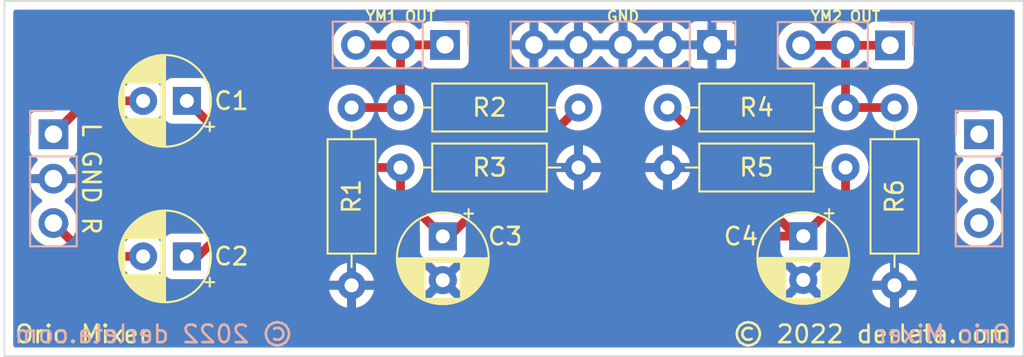
<source format=kicad_pcb>
(kicad_pcb (version 20211014) (generator pcbnew)
  (layers (0 "F.Cu" signal) (31 "B.Cu" signal) (34 "B.Paste" user) (35 "F.Paste" user) (36 "B.SilkS" user "B.Silkscreen") (37 "F.SilkS" user "F.Silkscreen") (38 "B.Mask" user) (39 "F.Mask" user) (44 "Edge.Cuts" user))
  (net 0 "")
  (net 1 "GND")
  (net 3 "/YM2_OUT")
  (net 6 "Net-(C1-Pad1)")
  (net 7 "Net-(J5-Pad1)")
  (net 8 "Net-(C3-Pad1)")
  (net 9 "Net-(J5-Pad3)")
  (net 10 "Net-(J3-Pad1)")
  (footprint "Resistor_THT:R_Axial_DIN0207_L6.3mm_D2.5mm_P10.16mm_Horizontal" (layer "F.Cu") (at 78.232 46.736 180)
    (fp_text reference "R4" (at 5.08 0) (layer "F.SilkS"))
    (fp_text value "4k7")
    (pad "1" thru_hole circle (at 0 0 180) (size 1.6 1.6) (drill 0.8) (layers *.Cu *.Mask) (net 3 "/YM2_OUT"))
    (pad "2" thru_hole oval (at 10.16 0 180) (size 1.6 1.6) (drill 0.8) (layers *.Cu *.Mask) (net 8 "Net-(C3-Pad1)"))
  )
  (footprint "Resistor_THT:R_Axial_DIN0207_L6.3mm_D2.5mm_P10.16mm_Horizontal" (layer "F.Cu") (at 81.026 46.736 -90)
    (fp_text reference "R6" (at 5.08 0 90) (layer "F.SilkS"))
    (fp_text value "1k")
    (pad "1" thru_hole circle (at 0 0 270) (size 1.6 1.6) (drill 0.8) (layers *.Cu *.Mask) (net 3 "/YM2_OUT"))
    (pad "2" thru_hole oval (at 10.16 0 270) (size 1.6 1.6) (drill 0.8) (layers *.Cu *.Mask) (net 1 "GND"))
  )
  (footprint "Capacitor_THT:CP_Radial_D5.0mm_P2.50mm" (layer "F.Cu") (at 75.819 54.088021 -90)
    (fp_text reference "C4" (at 0.013979 3.556) (layer "F.SilkS"))
    (fp_text value "10n")
    (pad "1" thru_hole rect (at 0 0 270) (size 1.6 1.6) (drill 0.8) (layers *.Cu *.Mask) (net 8 "Net-(C3-Pad1)"))
    (pad "2" thru_hole circle (at 2.5 0 270) (size 1.6 1.6) (drill 0.8) (layers *.Cu *.Mask) (net 1 "GND"))
  )
  (footprint "Capacitor_THT:CP_Radial_D5.0mm_P2.50mm" (layer "F.Cu") (at 40.64 46.355 180)
    (fp_text reference "C1" (at -2.54 0 180) (layer "F.SilkS"))
    (fp_text value "2n2")
    (pad "1" thru_hole rect (at 0 0 180) (size 1.6 1.6) (drill 0.8) (layers *.Cu *.Mask) (net 6 "Net-(C1-Pad1)"))
    (pad "2" thru_hole circle (at 2.5 0 180) (size 1.6 1.6) (drill 0.8) (layers *.Cu *.Mask) (net 7 "Net-(J5-Pad1)"))
  )
  (footprint "Resistor_THT:R_Axial_DIN0207_L6.3mm_D2.5mm_P10.16mm_Horizontal" (layer "F.Cu") (at 50.038 46.736 -90)
    (fp_text reference "R1" (at 5.08 0 90) (layer "F.SilkS"))
    (fp_text value "1k")
    (pad "1" thru_hole circle (at 0 0 270) (size 1.6 1.6) (drill 0.8) (layers *.Cu *.Mask) (net 10 "Net-(J3-Pad1)"))
    (pad "2" thru_hole oval (at 10.16 0 270) (size 1.6 1.6) (drill 0.8) (layers *.Cu *.Mask) (net 1 "GND"))
  )
  (footprint "Capacitor_THT:CP_Radial_D5.0mm_P2.50mm" (layer "F.Cu") (at 55.245 54.102 -90)
    (fp_text reference "C3" (at 0 -3.556) (layer "F.SilkS"))
    (fp_text value "10n")
    (pad "1" thru_hole rect (at 0 0 270) (size 1.6 1.6) (drill 0.8) (layers *.Cu *.Mask) (net 6 "Net-(C1-Pad1)"))
    (pad "2" thru_hole circle (at 2.5 0 270) (size 1.6 1.6) (drill 0.8) (layers *.Cu *.Mask) (net 1 "GND"))
  )
  (footprint "Resistor_THT:R_Axial_DIN0207_L6.3mm_D2.5mm_P10.16mm_Horizontal" (layer "F.Cu") (at 52.832 46.736)
    (fp_text reference "R2" (at 5.08 0) (layer "F.SilkS"))
    (fp_text value "4k7")
    (pad "1" thru_hole circle (at 0 0) (size 1.6 1.6) (drill 0.8) (layers *.Cu *.Mask) (net 10 "Net-(J3-Pad1)"))
    (pad "2" thru_hole oval (at 10.16 0) (size 1.6 1.6) (drill 0.8) (layers *.Cu *.Mask) (net 6 "Net-(C1-Pad1)"))
  )
  (footprint "Resistor_THT:R_Axial_DIN0207_L6.3mm_D2.5mm_P10.16mm_Horizontal" (layer "F.Cu") (at 78.232 50.165 180)
    (fp_text reference "R5" (at 5.08 0) (layer "F.SilkS"))
    (fp_text value "470")
    (pad "1" thru_hole circle (at 0 0 180) (size 1.6 1.6) (drill 0.8) (layers *.Cu *.Mask) (net 8 "Net-(C3-Pad1)"))
    (pad "2" thru_hole oval (at 10.16 0 180) (size 1.6 1.6) (drill 0.8) (layers *.Cu *.Mask) (net 1 "GND"))
  )
  (footprint "Resistor_THT:R_Axial_DIN0207_L6.3mm_D2.5mm_P10.16mm_Horizontal" (layer "F.Cu") (at 52.832 50.165)
    (fp_text reference "R3" (at 5.08 0) (layer "F.SilkS"))
    (fp_text value "470")
    (pad "1" thru_hole circle (at 0 0) (size 1.6 1.6) (drill 0.8) (layers *.Cu *.Mask) (net 6 "Net-(C1-Pad1)"))
    (pad "2" thru_hole oval (at 10.16 0) (size 1.6 1.6) (drill 0.8) (layers *.Cu *.Mask) (net 1 "GND"))
  )
  (footprint "Capacitor_THT:CP_Radial_D5.0mm_P2.50mm" (layer "F.Cu") (at 40.64 55.245 180)
    (fp_text reference "C2" (at -2.54 0 180) (layer "F.SilkS"))
    (fp_text value "2n2")
    (pad "1" thru_hole rect (at 0 0 180) (size 1.6 1.6) (drill 0.8) (layers *.Cu *.Mask) (net 8 "Net-(C3-Pad1)"))
    (pad "2" thru_hole circle (at 2.5 0 180) (size 1.6 1.6) (drill 0.8) (layers *.Cu *.Mask) (net 9 "Net-(J5-Pad3)"))
  )
  (footprint "Connector_PinSocket_2.54mm:PinSocket_1x05_P2.54mm_Vertical" (layer "B.Cu") (at 70.612 43.155 90)
    (fp_text reference "J3" hide)
    (fp_text value "GND" (at 1.626 -5.08) (layer "F.SilkS") (effects (font (size 0.6 0.6) (thickness 0.125))))
    (pad "1" thru_hole rect (at 0 0 90) (size 1.7 1.7) (drill 1) (layers *.Cu *.Mask) (net 1 "GND"))
    (pad "2" thru_hole oval (at 0 -2.54 90) (size 1.7 1.7) (drill 1) (layers *.Cu *.Mask) (net 1 "GND"))
    (pad "3" thru_hole oval (at 0 -5.08 90) (size 1.7 1.7) (drill 1) (layers *.Cu *.Mask) (net 1 "GND"))
    (pad "4" thru_hole oval (at 0 -7.62 90) (size 1.7 1.7) (drill 1) (layers *.Cu *.Mask) (net 1 "GND"))
    (pad "5" thru_hole oval (at 0 -10.16 90) (size 1.7 1.7) (drill 1) (layers *.Cu *.Mask) (net 1 "GND"))
  )
  (footprint "Connector_PinSocket_2.54mm:PinSocket_1x03_P2.54mm_Vertical" (layer "B.Cu") (at 55.372 43.155 90)
    (fp_text reference "J4" hide)
    (fp_text value "YM1_OUT" (at 1.626 -2.54) (layer "F.SilkS") (effects (font (size 0.6 0.6) (thickness 0.125))))
    (pad "1" thru_hole rect (at 0 0 90) (size 1.7 1.7) (drill 1) (layers *.Cu *.Mask) (net 10 "Net-(J3-Pad1)"))
    (pad "2" thru_hole oval (at 0 -2.54 90) (size 1.7 1.7) (drill 1) (layers *.Cu *.Mask) (net 10 "Net-(J3-Pad1)"))
    (pad "3" thru_hole oval (at 0 -5.08 90) (size 1.7 1.7) (drill 1) (layers *.Cu *.Mask) (net 10 "Net-(J3-Pad1)"))
  )
  (footprint "Connector_PinSocket_2.54mm:PinSocket_1x03_P2.54mm_Vertical" (layer "B.Cu") (at 80.772 43.18 90)
    (fp_text reference "J2" hide)
    (fp_text value "YM2_OUT" (at 1.651 -2.54) (layer "F.SilkS") (effects (font (size 0.6 0.6) (thickness 0.125))))
    (pad "1" thru_hole rect (at 0 0 90) (size 1.7 1.7) (drill 1) (layers *.Cu *.Mask) (net 3 "/YM2_OUT"))
    (pad "2" thru_hole oval (at 0 -2.54 90) (size 1.7 1.7) (drill 1) (layers *.Cu *.Mask) (net 3 "/YM2_OUT"))
    (pad "3" thru_hole oval (at 0 -5.08 90) (size 1.7 1.7) (drill 1) (layers *.Cu *.Mask) (net 3 "/YM2_OUT"))
  )
  (footprint "Connector_PinSocket_2.54mm:PinSocket_1x03_P2.54mm_Vertical" (layer "B.Cu") (at 33.02 48.26 180)
    (fp_text reference "J5" hide)
    (fp_text value "L GND R" (at -2.159 -2.54 270 unlocked) (layer "F.SilkS"))
    (pad "1" thru_hole rect (at 0 0 180) (size 1.7 1.7) (drill 1) (layers *.Cu *.Mask) (net 7 "Net-(J5-Pad1)"))
    (pad "2" thru_hole oval (at 0 -2.54 180) (size 1.7 1.7) (drill 1) (layers *.Cu *.Mask) (net 1 "GND"))
    (pad "3" thru_hole oval (at 0 -5.08 180) (size 1.7 1.7) (drill 1) (layers *.Cu *.Mask) (net 9 "Net-(J5-Pad3)"))
  )
  (footprint "Connector_PinSocket_2.54mm:PinSocket_1x03_P2.54mm_Vertical" (layer "B.Cu") (at 85.852 48.26 180)
    (fp_text reference "J1" hide)
    (fp_text value "VCC")
    (pad "1" thru_hole rect (at 0 0 180) (size 1.7 1.7) (drill 1) (layers *.Cu *.Mask))
    (pad "2" thru_hole oval (at 0 -2.54 180) (size 1.7 1.7) (drill 1) (layers *.Cu *.Mask))
    (pad "3" thru_hole oval (at 0 -5.08 180) (size 1.7 1.7) (drill 1) (layers *.Cu *.Mask))
  )
  (gr_rect (start 30.226 40.64) (end 88.392 60.96) (layer "Edge.Cuts") (width 0.1) (fill none))
  (gr_text "Oric Mixer" (at 83.82 59.69) (layer "B.SilkS") (effects (font (size 1 1)) (justify mirror)))
  (gr_text "© 2022 derleta.com" (at 38.735 59.69) (layer "B.SilkS") (effects (font (size 1 1)) (justify mirror)))
  (gr_text "Oric Mixer" (at 34.671 59.69) (layer "F.SilkS") (effects (font (size 1 1))))
  (gr_text "© 2022 derleta.com" (at 79.756 59.69) (layer "F.SilkS") (effects (font (size 1 1))))
  (segment (start 78.232 43.18) (end 78.232 46.736) (width 0.5) (layer "F.Cu") (net 3))
  (segment (start 75.692 43.18) (end 80.772 43.18) (width 0.5) (layer "F.Cu") (net 3))
  (segment (start 78.232 46.736) (end 81.026 46.736) (width 0.5) (layer "F.Cu") (net 3))
  (segment (start 55.245 54.102) (end 55.626 54.102) (width 0.5) (layer "F.Cu") (net 6))
  (segment (start 40.64 46.355) (end 44.45 50.165) (width 0.5) (layer "F.Cu") (net 6))
  (segment (start 44.45 50.165) (end 52.832 50.165) (width 0.5) (layer "F.Cu") (net 6))
  (segment (start 55.626 54.102) (end 62.992 46.736) (width 0.5) (layer "F.Cu") (net 6))
  (segment (start 52.832 50.165) (end 52.832 51.689) (width 0.5) (layer "F.Cu") (net 6))
  (segment (start 52.832 51.689) (end 55.245 54.102) (width 0.5) (layer "F.Cu") (net 6))
  (segment (start 34.925 46.355) (end 33.02 48.26) (width 0.5) (layer "F.Cu") (net 7))
  (segment (start 38.14 46.355) (end 34.925 46.355) (width 0.5) (layer "F.Cu") (net 7))
  (segment (start 75.424021 54.088021) (end 68.072 46.736) (width 0.5) (layer "F.Cu") (net 8))
  (segment (start 75.819 54.088021) (end 73.496179 54.088021) (width 0.5) (layer "F.Cu") (net 8))
  (segment (start 54.1274 59.1312) (end 52.6542 57.658) (width 0.5) (layer "F.Cu") (net 8))
  (segment (start 75.819 54.088021) (end 75.424021 54.088021) (width 0.5) (layer "F.Cu") (net 8))
  (segment (start 73.496179 54.088021) (end 68.453 59.1312) (width 0.5) (layer "F.Cu") (net 8))
  (segment (start 52.6542 55.9816) (end 49.2252 52.5526) (width 0.5) (layer "F.Cu") (net 8))
  (segment (start 52.6542 57.658) (end 52.6542 55.9816) (width 0.5) (layer "F.Cu") (net 8))
  (segment (start 78.232 51.675021) (end 75.819 54.088021) (width 0.5) (layer "F.Cu") (net 8))
  (segment (start 40.64 55.245) (end 41.275 55.245) (width 0.5) (layer "F.Cu") (net 8))
  (segment (start 49.2252 52.5526) (end 43.9674 52.5526) (width 0.5) (layer "F.Cu") (net 8))
  (segment (start 78.232 50.165) (end 78.232 51.675021) (width 0.5) (layer "F.Cu") (net 8))
  (segment (start 41.275 55.245) (end 43.9674 52.5526) (width 0.5) (layer "F.Cu") (net 8))
  (segment (start 68.453 59.1312) (end 54.1274 59.1312) (width 0.5) (layer "F.Cu") (net 8))
  (segment (start 34.925 55.245) (end 33.02 53.34) (width 0.5) (layer "F.Cu") (net 9))
  (segment (start 38.14 55.245) (end 34.925 55.245) (width 0.5) (layer "F.Cu") (net 9))
  (segment (start 50.038 46.736) (end 52.832 46.736) (width 0.5) (layer "F.Cu") (net 10))
  (segment (start 50.292 43.155) (end 55.372 43.155) (width 0.5) (layer "F.Cu") (net 10))
  (segment (start 52.832 46.736) (end 52.832 43.155) (width 0.5) (layer "F.Cu") (net 10))
  (zone (net 1) (net_name "GND") (layer "F.Cu") (connect_pads (clearance 0.508)) (min_thickness 0.254) (fill yes (thermal_gap 0.508) (thermal_bridge_width 0.508))
    (polygon (pts (xy 88.392 60.96) (xy 29.972 60.96) (xy 29.972 40.64) (xy 88.392 40.64)))
  )
  (zone (net 1) (net_name "GND") (layer "B.Cu") (connect_pads (clearance 0.508)) (min_thickness 0.254) (fill yes (thermal_gap 0.508) (thermal_bridge_width 0.508))
    (polygon (pts (xy 88.392 60.96) (xy 29.972 60.96) (xy 29.972 40.64) (xy 88.392 40.64)))
  )
)
</source>
